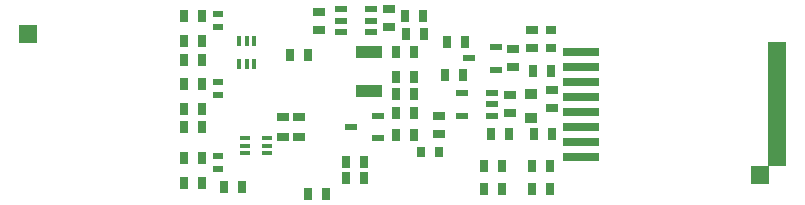
<source format=gtp>
G04*
G04 #@! TF.GenerationSoftware,Altium Limited,Altium Designer,24.10.1 (45)*
G04*
G04 Layer_Color=8421504*
%FSLAX44Y44*%
%MOMM*%
G71*
G04*
G04 #@! TF.SameCoordinates,4BF9AD32-D27A-42C2-B849-32530D397306*
G04*
G04*
G04 #@! TF.FilePolarity,Positive*
G04*
G01*
G75*
%ADD12R,0.9000X0.6500*%
%ADD13R,3.1000X0.7600*%
%ADD14R,0.7500X1.0000*%
%ADD15R,0.8300X0.5300*%
%ADD16R,1.5000X1.5000*%
%ADD17R,0.6500X0.9000*%
%ADD18R,1.0000X0.7500*%
%ADD19R,0.8100X0.3100*%
%ADD20R,0.3100X0.8100*%
%ADD21R,1.0800X0.8800*%
%ADD22R,1.0000X0.6000*%
%ADD23R,1.1000X0.6000*%
%ADD24R,2.2900X1.0900*%
%ADD25R,1.6000X10.5000*%
D12*
X453000Y47380D02*
D03*
Y62620D02*
D03*
D13*
X478000Y-44450D02*
D03*
Y-31750D02*
D03*
Y44450D02*
D03*
Y31750D02*
D03*
Y19050D02*
D03*
Y-6350D02*
D03*
Y-19050D02*
D03*
Y6350D02*
D03*
D14*
X157620Y38000D02*
D03*
X142380D02*
D03*
Y75000D02*
D03*
X157620D02*
D03*
Y54000D02*
D03*
X142380D02*
D03*
X190918Y-69586D02*
D03*
X175678D02*
D03*
X231380Y42000D02*
D03*
X246620D02*
D03*
X451620Y-72000D02*
D03*
X436380D02*
D03*
X451620Y-52000D02*
D03*
X436380D02*
D03*
X142110Y17550D02*
D03*
X157350D02*
D03*
Y-19450D02*
D03*
X142110D02*
D03*
X157350Y-3450D02*
D03*
X142110D02*
D03*
X142040Y-45450D02*
D03*
X157280D02*
D03*
Y-66450D02*
D03*
X142040D02*
D03*
X294620Y-49000D02*
D03*
X279380D02*
D03*
X321380Y8490D02*
D03*
X336620D02*
D03*
X437630Y28000D02*
D03*
X452870D02*
D03*
X411620Y-72000D02*
D03*
X396380D02*
D03*
X294620Y-62000D02*
D03*
X279380D02*
D03*
X411620Y-52000D02*
D03*
X396380D02*
D03*
X321380Y-26000D02*
D03*
X336620D02*
D03*
X344620Y75000D02*
D03*
X329380D02*
D03*
X330380Y60000D02*
D03*
X345620D02*
D03*
X262620Y-76000D02*
D03*
X247380D02*
D03*
X453620Y-25000D02*
D03*
X438380D02*
D03*
X321380Y-7510D02*
D03*
X336620D02*
D03*
X321380Y23000D02*
D03*
X336620D02*
D03*
X379922Y52952D02*
D03*
X364682D02*
D03*
X336620Y44000D02*
D03*
X321380D02*
D03*
X378620Y25000D02*
D03*
X363380D02*
D03*
X417620Y-25000D02*
D03*
X402380D02*
D03*
D15*
X171000Y65500D02*
D03*
Y76500D02*
D03*
X170660Y-43950D02*
D03*
Y-54950D02*
D03*
X170730Y8050D02*
D03*
Y19050D02*
D03*
D16*
X630000Y-60000D02*
D03*
X10000Y60000D02*
D03*
D17*
X342380Y-40000D02*
D03*
X357620D02*
D03*
D18*
X239000Y-10380D02*
D03*
Y-27620D02*
D03*
X226000Y-10380D02*
D03*
Y-27620D02*
D03*
X436500Y62620D02*
D03*
Y47380D02*
D03*
X421000Y31380D02*
D03*
Y46620D02*
D03*
X418000Y7620D02*
D03*
Y-7620D02*
D03*
X358000Y-24620D02*
D03*
Y-9380D02*
D03*
X454000Y-3120D02*
D03*
Y12120D02*
D03*
X256490Y78620D02*
D03*
Y63380D02*
D03*
X316000Y80620D02*
D03*
Y65380D02*
D03*
D19*
X212525Y-41500D02*
D03*
Y-35000D02*
D03*
Y-28500D02*
D03*
X193475D02*
D03*
Y-35000D02*
D03*
Y-41500D02*
D03*
D20*
X188500Y34475D02*
D03*
X195000D02*
D03*
X201500D02*
D03*
Y53525D02*
D03*
X195000D02*
D03*
X188500D02*
D03*
D21*
X436000Y-11160D02*
D03*
Y9160D02*
D03*
D22*
X306430Y-9475D02*
D03*
X283570Y-19000D02*
D03*
X306430Y-28525D02*
D03*
X383570Y39000D02*
D03*
X406430Y48525D02*
D03*
Y29475D02*
D03*
D23*
X274790Y61475D02*
D03*
X274790Y71000D02*
D03*
Y80525D02*
D03*
X300190Y80525D02*
D03*
Y71000D02*
D03*
Y61475D02*
D03*
X377300Y-9525D02*
D03*
Y9525D02*
D03*
X402700D02*
D03*
Y0D02*
D03*
Y-9525D02*
D03*
D24*
X299000Y11490D02*
D03*
Y44510D02*
D03*
D25*
X644000Y0D02*
D03*
M02*

</source>
